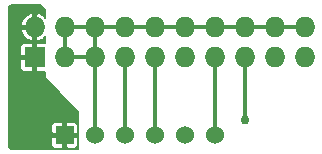
<source format=gbr>
G04 #@! TF.FileFunction,Copper,L1,Top,Signal*
%FSLAX46Y46*%
G04 Gerber Fmt 4.6, Leading zero omitted, Abs format (unit mm)*
G04 Created by KiCad (PCBNEW 4.0.1-stable) date 6/16/2016 1:06:08 PM*
%MOMM*%
G01*
G04 APERTURE LIST*
%ADD10C,0.100000*%
%ADD11R,1.524000X1.524000*%
%ADD12C,1.524000*%
%ADD13R,1.727200X1.727200*%
%ADD14O,1.727200X1.727200*%
%ADD15C,0.762000*%
%ADD16C,0.304800*%
%ADD17C,0.203200*%
G04 APERTURE END LIST*
D10*
D11*
X8636000Y2032000D03*
D12*
X11176000Y2032000D03*
X13716000Y2032000D03*
X16256000Y2032000D03*
X18796000Y2032000D03*
X21336000Y2032000D03*
D13*
X6096000Y8636000D03*
D14*
X6096000Y11176000D03*
X8636000Y8636000D03*
X8636000Y11176000D03*
X11176000Y8636000D03*
X11176000Y11176000D03*
X13716000Y8636000D03*
X13716000Y11176000D03*
X16256000Y8636000D03*
X16256000Y11176000D03*
X18796000Y8636000D03*
X18796000Y11176000D03*
X21336000Y8636000D03*
X21336000Y11176000D03*
X23876000Y8636000D03*
X23876000Y11176000D03*
X26416000Y8636000D03*
X26416000Y11176000D03*
X28956000Y8636000D03*
X28956000Y11176000D03*
D15*
X23876000Y3302000D03*
D16*
X11176000Y8636000D02*
X11176000Y2032000D01*
X8636000Y11176000D02*
X11176000Y11176000D01*
X11176000Y11176000D02*
X13716000Y11176000D01*
X13716000Y11176000D02*
X16256000Y11176000D01*
X16256000Y11176000D02*
X18796000Y11176000D01*
X18796000Y11176000D02*
X21336000Y11176000D01*
X21336000Y11176000D02*
X23876000Y11176000D01*
X23876000Y11176000D02*
X26416000Y11176000D01*
X26416000Y11176000D02*
X28956000Y11176000D01*
X11176000Y8636000D02*
X11176000Y11176000D01*
X11176000Y8636000D02*
X8636000Y8636000D01*
X8636000Y8636000D02*
X8636000Y11176000D01*
X13716000Y8636000D02*
X13716000Y2032000D01*
X16256000Y8636000D02*
X16256000Y2032000D01*
X23876000Y3302000D02*
X23876000Y8636000D01*
X21336000Y8636000D02*
X21336000Y2032000D01*
D17*
G36*
X7010400Y12657916D02*
X7010400Y11946572D01*
X6857984Y12127769D01*
X6435755Y12346919D01*
X6248400Y12296752D01*
X6248400Y11328400D01*
X6268400Y11328400D01*
X6268400Y11023600D01*
X6248400Y11023600D01*
X6248400Y10055248D01*
X6435755Y10005081D01*
X6857984Y10224231D01*
X7010400Y10405428D01*
X7010400Y9855200D01*
X6337300Y9855200D01*
X6248400Y9766300D01*
X6248400Y8788400D01*
X6268400Y8788400D01*
X6268400Y8483600D01*
X6248400Y8483600D01*
X6248400Y7505700D01*
X6337300Y7416800D01*
X7010400Y7416800D01*
X7010400Y6858000D01*
X7018405Y6818472D01*
X7040158Y6786158D01*
X9804400Y4021916D01*
X9804400Y863600D01*
X4106084Y863600D01*
X3911600Y1058084D01*
X3911600Y1790700D01*
X7518400Y1790700D01*
X7518400Y1199267D01*
X7572537Y1068569D01*
X7672569Y968537D01*
X7803267Y914400D01*
X8394700Y914400D01*
X8483600Y1003300D01*
X8483600Y1879600D01*
X8788400Y1879600D01*
X8788400Y1003300D01*
X8877300Y914400D01*
X9468733Y914400D01*
X9599431Y968537D01*
X9699463Y1068569D01*
X9753600Y1199267D01*
X9753600Y1790700D01*
X9664700Y1879600D01*
X8788400Y1879600D01*
X8483600Y1879600D01*
X7607300Y1879600D01*
X7518400Y1790700D01*
X3911600Y1790700D01*
X3911600Y2864733D01*
X7518400Y2864733D01*
X7518400Y2273300D01*
X7607300Y2184400D01*
X8483600Y2184400D01*
X8483600Y3060700D01*
X8788400Y3060700D01*
X8788400Y2184400D01*
X9664700Y2184400D01*
X9753600Y2273300D01*
X9753600Y2864733D01*
X9699463Y2995431D01*
X9599431Y3095463D01*
X9468733Y3149600D01*
X8877300Y3149600D01*
X8788400Y3060700D01*
X8483600Y3060700D01*
X8394700Y3149600D01*
X7803267Y3149600D01*
X7672569Y3095463D01*
X7572537Y2995431D01*
X7518400Y2864733D01*
X3911600Y2864733D01*
X3911600Y8394700D01*
X4876800Y8394700D01*
X4876800Y7701667D01*
X4930937Y7570969D01*
X5030969Y7470937D01*
X5161667Y7416800D01*
X5854700Y7416800D01*
X5943600Y7505700D01*
X5943600Y8483600D01*
X4965700Y8483600D01*
X4876800Y8394700D01*
X3911600Y8394700D01*
X3911600Y9570333D01*
X4876800Y9570333D01*
X4876800Y8877300D01*
X4965700Y8788400D01*
X5943600Y8788400D01*
X5943600Y9766300D01*
X5854700Y9855200D01*
X5161667Y9855200D01*
X5030969Y9801063D01*
X4930937Y9701031D01*
X4876800Y9570333D01*
X3911600Y9570333D01*
X3911600Y10836247D01*
X4925096Y10836247D01*
X5027792Y10588279D01*
X5334016Y10224231D01*
X5756245Y10005081D01*
X5943600Y10055248D01*
X5943600Y11023600D01*
X4976021Y11023600D01*
X4925096Y10836247D01*
X3911600Y10836247D01*
X3911600Y11515753D01*
X4925096Y11515753D01*
X4976021Y11328400D01*
X5943600Y11328400D01*
X5943600Y12296752D01*
X5756245Y12346919D01*
X5334016Y12127769D01*
X5027792Y11763721D01*
X4925096Y11515753D01*
X3911600Y11515753D01*
X3911600Y12911916D01*
X4106084Y13106400D01*
X6561916Y13106400D01*
X7010400Y12657916D01*
X7010400Y12657916D01*
G37*
X7010400Y12657916D02*
X7010400Y11946572D01*
X6857984Y12127769D01*
X6435755Y12346919D01*
X6248400Y12296752D01*
X6248400Y11328400D01*
X6268400Y11328400D01*
X6268400Y11023600D01*
X6248400Y11023600D01*
X6248400Y10055248D01*
X6435755Y10005081D01*
X6857984Y10224231D01*
X7010400Y10405428D01*
X7010400Y9855200D01*
X6337300Y9855200D01*
X6248400Y9766300D01*
X6248400Y8788400D01*
X6268400Y8788400D01*
X6268400Y8483600D01*
X6248400Y8483600D01*
X6248400Y7505700D01*
X6337300Y7416800D01*
X7010400Y7416800D01*
X7010400Y6858000D01*
X7018405Y6818472D01*
X7040158Y6786158D01*
X9804400Y4021916D01*
X9804400Y863600D01*
X4106084Y863600D01*
X3911600Y1058084D01*
X3911600Y1790700D01*
X7518400Y1790700D01*
X7518400Y1199267D01*
X7572537Y1068569D01*
X7672569Y968537D01*
X7803267Y914400D01*
X8394700Y914400D01*
X8483600Y1003300D01*
X8483600Y1879600D01*
X8788400Y1879600D01*
X8788400Y1003300D01*
X8877300Y914400D01*
X9468733Y914400D01*
X9599431Y968537D01*
X9699463Y1068569D01*
X9753600Y1199267D01*
X9753600Y1790700D01*
X9664700Y1879600D01*
X8788400Y1879600D01*
X8483600Y1879600D01*
X7607300Y1879600D01*
X7518400Y1790700D01*
X3911600Y1790700D01*
X3911600Y2864733D01*
X7518400Y2864733D01*
X7518400Y2273300D01*
X7607300Y2184400D01*
X8483600Y2184400D01*
X8483600Y3060700D01*
X8788400Y3060700D01*
X8788400Y2184400D01*
X9664700Y2184400D01*
X9753600Y2273300D01*
X9753600Y2864733D01*
X9699463Y2995431D01*
X9599431Y3095463D01*
X9468733Y3149600D01*
X8877300Y3149600D01*
X8788400Y3060700D01*
X8483600Y3060700D01*
X8394700Y3149600D01*
X7803267Y3149600D01*
X7672569Y3095463D01*
X7572537Y2995431D01*
X7518400Y2864733D01*
X3911600Y2864733D01*
X3911600Y8394700D01*
X4876800Y8394700D01*
X4876800Y7701667D01*
X4930937Y7570969D01*
X5030969Y7470937D01*
X5161667Y7416800D01*
X5854700Y7416800D01*
X5943600Y7505700D01*
X5943600Y8483600D01*
X4965700Y8483600D01*
X4876800Y8394700D01*
X3911600Y8394700D01*
X3911600Y9570333D01*
X4876800Y9570333D01*
X4876800Y8877300D01*
X4965700Y8788400D01*
X5943600Y8788400D01*
X5943600Y9766300D01*
X5854700Y9855200D01*
X5161667Y9855200D01*
X5030969Y9801063D01*
X4930937Y9701031D01*
X4876800Y9570333D01*
X3911600Y9570333D01*
X3911600Y10836247D01*
X4925096Y10836247D01*
X5027792Y10588279D01*
X5334016Y10224231D01*
X5756245Y10005081D01*
X5943600Y10055248D01*
X5943600Y11023600D01*
X4976021Y11023600D01*
X4925096Y10836247D01*
X3911600Y10836247D01*
X3911600Y11515753D01*
X4925096Y11515753D01*
X4976021Y11328400D01*
X5943600Y11328400D01*
X5943600Y12296752D01*
X5756245Y12346919D01*
X5334016Y12127769D01*
X5027792Y11763721D01*
X4925096Y11515753D01*
X3911600Y11515753D01*
X3911600Y12911916D01*
X4106084Y13106400D01*
X6561916Y13106400D01*
X7010400Y12657916D01*
M02*

</source>
